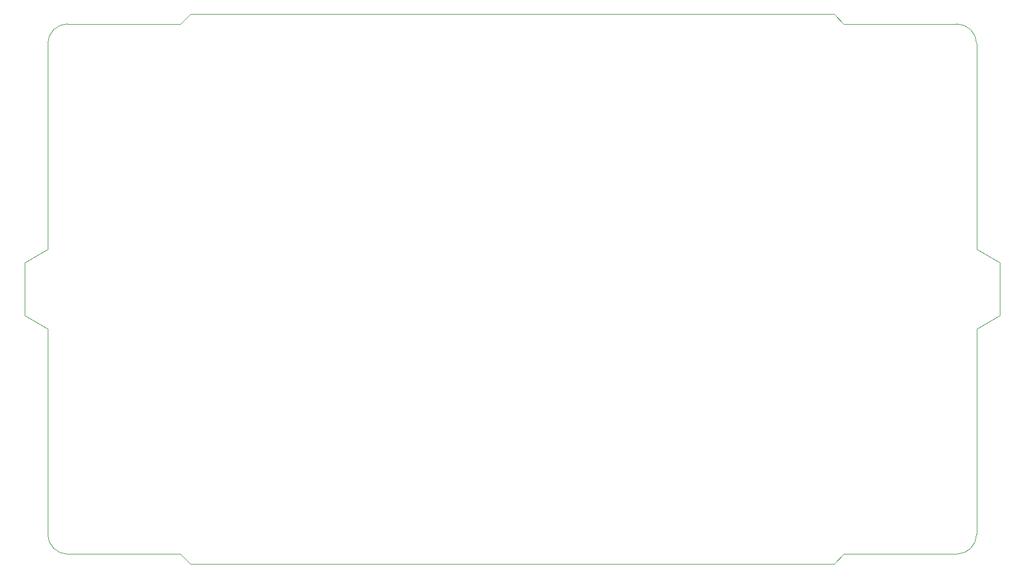
<source format=gbr>
%TF.GenerationSoftware,KiCad,Pcbnew,8.0.3*%
%TF.CreationDate,2025-04-22T09:56:44+02:00*%
%TF.ProjectId,cascade,63617363-6164-4652-9e6b-696361645f70,rev?*%
%TF.SameCoordinates,Original*%
%TF.FileFunction,Profile,NP*%
%FSLAX46Y46*%
G04 Gerber Fmt 4.6, Leading zero omitted, Abs format (unit mm)*
G04 Created by KiCad (PCBNEW 8.0.3) date 2025-04-22 09:56:44*
%MOMM*%
%LPD*%
G01*
G04 APERTURE LIST*
%TA.AperFunction,Profile*%
%ADD10C,0.050000*%
%TD*%
G04 APERTURE END LIST*
D10*
X50000000Y-74000000D02*
X46500000Y-76000000D01*
X53000000Y-120000000D02*
G75*
G02*
X50000000Y-117000000I0J3000000D01*
G01*
X50000000Y-43000000D02*
G75*
G02*
X53000000Y-40000000I3000000J0D01*
G01*
X193500000Y-76000000D02*
X193500000Y-84000000D01*
X50000000Y-74000000D02*
X50000000Y-43000000D01*
X50000000Y-86000000D02*
X46500000Y-84000000D01*
X190000000Y-86000000D02*
X190000000Y-117000000D01*
X193500000Y-76000000D02*
X190000000Y-74000000D01*
X170000000Y-40000000D02*
X187000000Y-40000000D01*
X50000000Y-117000000D02*
X50000000Y-86000000D01*
X46500000Y-76000000D02*
X46500000Y-84000000D01*
X190000000Y-43000000D02*
X190000000Y-74000000D01*
X170500000Y-120000000D02*
X170000000Y-120000000D01*
X187000000Y-120000000D02*
X170500000Y-120000000D01*
X170000000Y-40000000D02*
X168500000Y-38500000D01*
X168500000Y-121500000D02*
X71500000Y-121500000D01*
X187000000Y-40000000D02*
G75*
G02*
X190000000Y-43000000I0J-3000000D01*
G01*
X70000000Y-120000000D02*
X53000000Y-120000000D01*
X193500000Y-84000000D02*
X190000000Y-86000000D01*
X71500000Y-121500000D02*
X70000000Y-120000000D01*
X71500000Y-38500000D02*
X168500000Y-38500000D01*
X190000000Y-117000000D02*
G75*
G02*
X187000000Y-120000000I-3000000J0D01*
G01*
X53000000Y-40000000D02*
X70000000Y-40000000D01*
X170000000Y-120000000D02*
X168500000Y-121500000D01*
X70000000Y-40000000D02*
X71500000Y-38500000D01*
M02*

</source>
